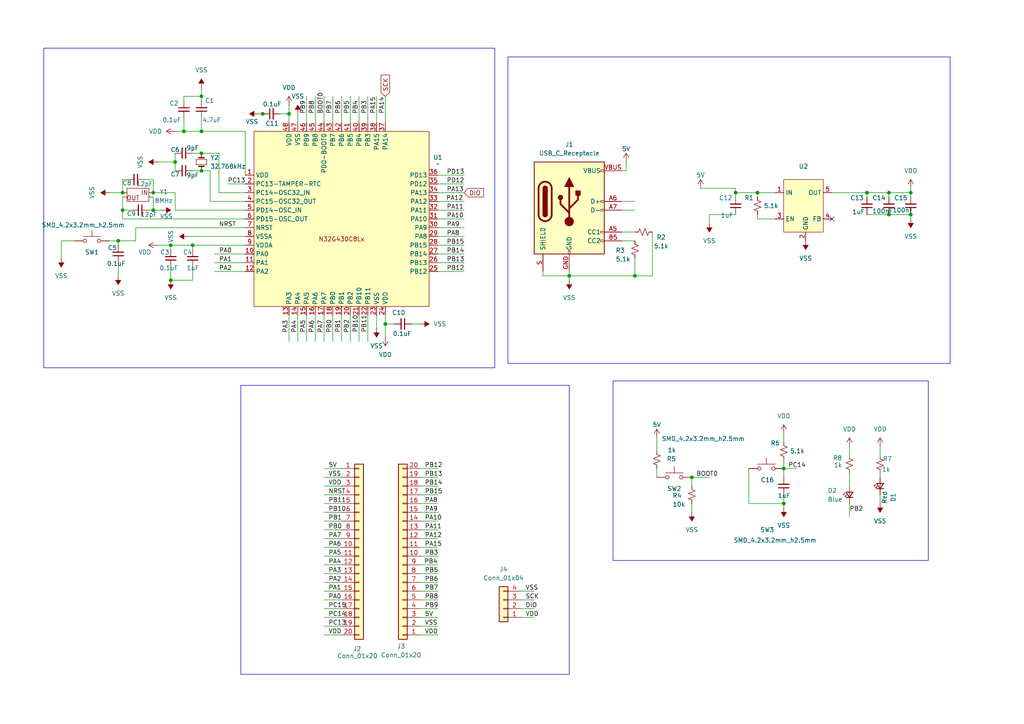
<source format=kicad_sch>
(kicad_sch (version 20250114) (generator "eeschema") (generator_version "9.0")
  (paper "A4")
  (title_block (title "N32G430C8Lx核心板"))
  (lib_symbols
    (symbol "N32G430CBT7:N32G430CBT7"
      (property "Reference" "U" (at 25.654 -25.4 0))
      (symbol "N32G430CBT7_1_1"
        (text "N32G430C8Lx" (at 25.4 -31.242 0) (effects (font (size 1.27 1.27))))
        (pin input line (at -2.54 -12.7 0) (length 2.54) (name "VDD") (number "1"))
        (pin input line (at -2.54 -15.24 0) (length 2.54) (name "PC13-TAMPER-RTC") (number "2"))
        (pin input line (at -2.54 -17.78 0) (length 2.54) (name "PC14-OSC32_IN") (number "3"))
        (pin input line (at -2.54 -20.32 0) (length 2.54) (name "PC15-OSC32_OUT") (number "4"))
        (pin input line (at -2.54 -22.86 0) (length 2.54) (name "PD14-OSC_IN") (number "5"))
        (pin input line (at -2.54 -25.4 0) (length 2.54) (name "PD15-OSC_OUT") (number "6"))
        (pin input line (at -2.54 -27.94 0) (length 2.54) (name "NRST") (number "7"))
        (pin input line (at -2.54 -30.48 0) (length 2.54) (name "VSSA") (number "8"))
        (pin input line (at -2.54 -33.02 0) (length 2.54) (name "VDDA") (number "9"))
        (pin input line (at -2.54 -35.56 0) (length 2.54) (name "PA0") (number "10"))
        (pin input line (at -2.54 -38.1 0) (length 2.54) (name "PA1") (number "11"))
        (pin input line (at -2.54 -40.64 0) (length 2.54) (name "PA2") (number "12"))
        (pin input line (at 10.16 2.54 270) (length 2.54) (name "VDD") (number "48"))
        (pin input line (at 10.16 -53.34 90) (length 2.54) (name "PA3") (number "13"))
        (pin input line (at 12.7 2.54 270) (length 2.54) (name "VSS") (number "47"))
        (pin input line (at 12.7 -53.34 90) (length 2.54) (name "PA4") (number "14"))
        (pin input line (at 15.24 2.54 270) (length 2.54) (name "PB9") (number "46"))
        (pin input line (at 15.24 -53.34 90) (length 2.54) (name "PA5") (number "15"))
        (pin input line (at 17.78 2.54 270) (length 2.54) (name "PB8") (number "45"))
        (pin input line (at 17.78 -53.34 90) (length 2.54) (name "PA6") (number "16"))
        (pin input line (at 20.32 2.54 270) (length 2.54) (name "PD0-BOOT0") (number "44"))
        (pin input line (at 20.32 -53.34 90) (length 2.54) (name "PA7") (number "17"))
        (pin input line (at 22.86 2.54 270) (length 2.54) (name "PB7") (number "43"))
        (pin input line (at 22.86 -53.34 90) (length 2.54) (name "PB0") (number "18"))
        (pin input line (at 25.4 2.54 270) (length 2.54) (name "PB6") (number "42"))
        (pin input line (at 25.4 -53.34 90) (length 2.54) (name "PB1") (number "19"))
        (pin input line (at 27.94 2.54 270) (length 2.54) (name "PB5") (number "41"))
        (pin input line (at 27.94 -53.34 90) (length 2.54) (name "PB2") (number "20"))
        (pin input line (at 30.48 2.54 270) (length 2.54) (name "PB4") (number "40"))
        (pin input line (at 30.48 -53.34 90) (length 2.54) (name "PB10") (number "21"))
        (pin input line (at 33.02 2.54 270) (length 2.54) (name "PB3") (number "39"))
        (pin input line (at 33.02 -53.34 90) (length 2.54) (name "PB11") (number "22"))
        (pin input line (at 35.56 2.54 270) (length 2.54) (name "PA15") (number "38"))
        (pin input line (at 35.56 -53.34 90) (length 2.54) (name "VSS") (number "23"))
        (pin input line (at 38.1 2.54 270) (length 2.54) (name "PA14") (number "37"))
        (pin input line (at 38.1 -53.34 90) (length 2.54) (name "VDD") (number "24"))
        (pin input line (at 53.34 -12.7 180) (length 2.54) (name "PD13") (number "36"))
        (pin input line (at 53.34 -15.24 180) (length 2.54) (name "PD12") (number "35"))
        (pin input line (at 53.34 -17.78 180) (length 2.54) (name "PA13") (number "34"))
        (pin input line (at 53.34 -20.32 180) (length 2.54) (name "PA12") (number "33"))
        (pin input line (at 53.34 -22.86 180) (length 2.54) (name "PA11") (number "32"))
        (pin input line (at 53.34 -25.4 180) (length 2.54) (name "PA10") (number "31"))
        (pin input line (at 53.34 -27.94 180) (length 2.54) (name "PA9") (number "30"))
        (pin input line (at 53.34 -30.48 180) (length 2.54) (name "PA8") (number "29"))
        (pin input line (at 53.34 -33.02 180) (length 2.54) (name "PB15") (number "28"))
        (pin input line (at 53.34 -35.56 180) (length 2.54) (name "PB14") (number "27"))
        (pin input line (at 53.34 -38.1 180) (length 2.54) (name "PB13") (number "26"))
        (pin input line (at 53.34 -40.64 180) (length 2.54) (name "PB12") (number "25"))
      )
    )
    (symbol "SparkFun-Capacitor:0.1uF_0603_25V_20%" (pin_numbers (hide yes)) (pin_names (offset 0.254))
      (property "Reference" "C" (at 0.635 2.54 0))
      (property "Value" "0.1uF" (at 0.635 -2.54 0))
      (property "Voltage" "25V" (at 0 -6.35 0))
      (property "Tolerance" "20%" (at 0 -8.89 0))
      (symbol "0.1uF_0603_25V_20%_1_1"
        (pin passive line (at 0 2.54 270) (length 2.032) (name "~") (number "1"))
        (pin passive line (at 0 -2.54 90) (length 2.032) (name "~") (number "2"))
      )
    )
    (symbol "SparkFun-Capacitor:1.0uF_0603_16V_10%" (pin_numbers (hide yes)) (pin_names (offset 0.254))
      (property "Reference" "C" (at 0.635 2.54 0))
      (property "Value" "1.0uF" (at 0.635 -2.54 0))
      (property "Voltage" "16V" (at 0 -6.35 0))
      (property "Tolerance" "10%" (at 0 -8.89 0))
      (symbol "1.0uF_0603_16V_10%_1_1"
        (pin passive line (at 0 2.54 270) (length 2.032) (name "~") (number "1"))
        (pin passive line (at 0 -2.54 90) (length 2.032) (name "~") (number "2"))
      )
    )
    (symbol "SparkFun-Capacitor:4.7uF_0603_35V_20%" (pin_numbers (hide yes)) (pin_names (offset 0.254))
      (property "Reference" "C" (at 0.635 2.54 0))
      (property "Value" "4.7uF" (at 0.635 -2.54 0))
      (property "Voltage" "35V" (at 0 -6.35 0))
      (property "Tolerance" "20%" (at 0 -8.89 0))
      (symbol "4.7uF_0603_35V_20%_1_1"
        (pin passive line (at 0 2.54 270) (length 2.032) (name "~") (number "1"))
        (pin passive line (at 0 -2.54 90) (length 2.032) (name "~") (number "2"))
      )
    )
    (symbol "SparkFun-Clock:Crystal_27.12MHz_3.2x2.5mm" (pin_numbers (hide yes)) (pin_names (offset 1.016) (hide yes))
      (property "Reference" "Y1" (at 7.366 2.286 0))
      (property "Value" "8MHz" (at 6.096 0.508 0))
      (symbol "Crystal_27.12MHz_3.2x2.5mm_1_1"
        (text "OUT\n" (at 6.858 4.826 0) (effects (font (size 1.27 1.27))))
        (text "IN" (at 10.16 6.35 0) (effects (font (size 1.27 1.27))))
        (pin passive line (at 3.81 6.35 0) (length 1.27) (name "") (number "4"))
        (pin passive line (at 3.81 5.08 0) (length 1.27) (name "OSC_OUT") (number "3"))
        (pin passive line (at 12.7 6.35 180) (length 1.27) (name "OSC_IN") (number "1"))
        (pin passive line (at 12.7 5.08 180) (length 1.27) (name "") (number "2"))
      )
    )
    (symbol "SparkFun-Clock:Crystal_32.768kHz_3.2x1.5mm" (pin_numbers (hide yes)) (pin_names (offset 1.016) (hide yes))
      (property "Reference" "Y" (at 0 2.54 0))
      (property "Value" "32.768kHz" (at 0 -2.54 0))
      (symbol "Crystal_32.768kHz_3.2x1.5mm_1_1"
        (pin passive line (at -2.54 0 0) (length 1.27) (name "1") (number "1"))
        (pin passive line (at 2.54 0 180) (length 1.27) (name "2") (number "2"))
      )
    )
    (symbol "SparkFun-Connector:Conn_01x04" (pin_names (offset 1.016) (hide yes))
      (property "Reference" "J" (at 0 5.08 0))
      (property "Value" "Conn_01x04" (at 0 -7.62 0))
      (symbol "Conn_01x04_1_1"
        (pin passive line (at -5.08 2.54 0) (length 3.81) (name "Pin_1") (number "1"))
        (pin passive line (at -5.08 0 0) (length 3.81) (name "Pin_2") (number "2"))
        (pin passive line (at -5.08 -2.54 0) (length 3.81) (name "Pin_3") (number "3"))
        (pin passive line (at -5.08 -5.08 0) (length 3.81) (name "Pin_4") (number "4"))
      )
    )
    (symbol "SparkFun-Connector:Conn_01x20" (pin_names (offset 1.016) (hide yes))
      (property "Reference" "J" (at 0 25.4 0))
      (property "Value" "Conn_01x20" (at 0 -27.94 0))
      (symbol "Conn_01x20_1_1"
        (pin passive line (at -5.08 22.86 0) (length 3.81) (name "Pin_1") (number "1"))
        (pin passive line (at -5.08 20.32 0) (length 3.81) (name "Pin_2") (number "2"))
        (pin passive line (at -5.08 17.78 0) (length 3.81) (name "Pin_3") (number "3"))
        (pin passive line (at -5.08 15.24 0) (length 3.81) (name "Pin_4") (number "4"))
        (pin passive line (at -5.08 12.7 0) (length 3.81) (name "Pin_5") (number "5"))
        (pin passive line (at -5.08 10.16 0) (length 3.81) (name "Pin_6") (number "6"))
        (pin passive line (at -5.08 7.62 0) (length 3.81) (name "Pin_7") (number "7"))
        (pin passive line (at -5.08 5.08 0) (length 3.81) (name "Pin_8") (number "8"))
        (pin passive line (at -5.08 2.54 0) (length 3.81) (name "Pin_9") (number "9"))
        (pin passive line (at -5.08 0 0) (length 3.81) (name "Pin_10") (number "10"))
        (pin passive line (at -5.08 -2.54 0) (length 3.81) (name "Pin_11") (number "11"))
        (pin passive line (at -5.08 -5.08 0) (length 3.81) (name "Pin_12") (number "12"))
        (pin passive line (at -5.08 -7.62 0) (length 3.81) (name "Pin_13") (number "13"))
        (pin passive line (at -5.08 -10.16 0) (length 3.81) (name "Pin_14") (number "14"))
        (pin passive line (at -5.08 -12.7 0) (length 3.81) (name "Pin_15") (number "15"))
        (pin passive line (at -5.08 -15.24 0) (length 3.81) (name "Pin_16") (number "16"))
        (pin passive line (at -5.08 -17.78 0) (length 3.81) (name "Pin_17") (number "17"))
        (pin passive line (at -5.08 -20.32 0) (length 3.81) (name "Pin_18") (number "18"))
        (pin passive line (at -5.08 -22.86 0) (length 3.81) (name "Pin_19") (number "19"))
        (pin passive line (at -5.08 -25.4 0) (length 3.81) (name "Pin_20") (number "20"))
      )
    )
    (symbol "SparkFun-Connector:USB_C_Receptacle" (pin_names (offset 1.016))
      (property "Reference" "J" (at -10.16 12.7 0))
      (property "Value" "USB_C_Receptacle" (at 19.05 12.7 0))
      (symbol "USB_C_Receptacle_1_1"
        (pin passive line (at -7.62 -20.32 90) (length 5.08) (name "SHIELD") (number "S"))
        (pin no_connect line (at -5.08 -15.24 90) (length 5.08) (hide yes) (name "NC") (number "NC1"))
        (pin no_connect line (at -3.81 -15.24 90) (length 5.08) (hide yes) (name "NC") (number "NC2"))
        (pin no_connect line (at -2.54 -15.24 90) (length 5.08) (hide yes) (name "NC") (number "NC3"))
        (pin passive line (at 0 -20.32 90) (length 5.08) (name "GND") (number "GND"))
        (pin no_connect line (at 2.54 -15.24 90) (length 5.08) (hide yes) (name "NC") (number "A8"))
        (pin no_connect line (at 3.81 -15.24 90) (length 5.08) (hide yes) (name "NC") (number "B8"))
        (pin power_out line (at 15.24 8.89 180) (length 5.08) (name "VBUS") (number "VBUS"))
        (pin bidirectional line (at 15.24 0 180) (length 5.08) (name "D+") (number "A6"))
        (pin bidirectional line (at 15.24 0 180) (length 5.08) (hide yes) (name "D+") (number "B6"))
        (pin bidirectional line (at 15.24 -2.54 180) (length 5.08) (name "D-") (number "A7"))
        (pin bidirectional line (at 15.24 -2.54 180) (length 5.08) (hide yes) (name "D-") (number "B7"))
        (pin bidirectional line (at 15.24 -8.89 180) (length 5.08) (name "CC1") (number "A5"))
        (pin bidirectional line (at 15.24 -11.43 180) (length 5.08) (name "CC2") (number "B5"))
      )
    )
    (symbol "SparkFun-LED:LED_Blue_0603" (pin_numbers (hide yes)) (pin_names (offset 1.016) (hide yes))
      (property "Reference" "D" (at 0 2.54 0))
      (property "Value" "Blue" (at 0 -2.54 0))
      (symbol "LED_Blue_0603_1_1"
        (pin passive line (at -2.54 0 0) (length 1.778) (name "K") (number "1"))
        (pin passive line (at 2.54 0 180) (length 1.778) (name "A") (number "2"))
      )
    )
    (symbol "SparkFun-LED:LED_Red_0603" (pin_numbers (hide yes)) (pin_names (offset 1.016) (hide yes))
      (property "Reference" "D" (at 0 2.54 0))
      (property "Value" "Red" (at 0 -2.54 0))
      (symbol "LED_Red_0603_1_1"
        (pin passive line (at -2.54 0 0) (length 1.778) (name "K") (number "1"))
        (pin passive line (at 2.54 0 180) (length 1.778) (name "A") (number "2"))
      )
    )
    (symbol "SparkFun-PowerSymbol:5V" (power) (pin_names (offset 0))
      (property "Value" "5V" (at 0 3.81 0))
      (symbol "5V_1_1"
        (pin power_in line (at 0 0 90) (length 0) (hide yes) (name "5V") (number "1"))
      )
    )
    (symbol "SparkFun-Resistor:5.1k_0603" (pin_numbers (hide yes)) (pin_names (offset 0))
      (property "Reference" "R" (at 0 -2.54 0))
      (property "Value" "5.1k" (at 0 2.54 0))
      (symbol "5.1k_0603_1_1"
        (pin passive line (at -2.54 0 0) (length 1.016) (name "~") (number "1"))
        (pin passive line (at 2.54 0 180) (length 1.016) (name "~") (number "2"))
      )
    )
    (symbol "SparkFun-Switch:SPST_Push_SMD_4.2x3.2mm_h2.5mm" (pin_numbers (hide yes)) (pin_names (offset 0) (hide yes))
      (property "Reference" "SW" (at 0 5.08 0))
      (property "Value" "SMD_4.2x3.2mm_h2.5mm" (at 0 -2.54 0))
      (symbol "SPST_Push_SMD_4.2x3.2mm_h2.5mm_0_1"
        (pin passive line (at -5.08 0 0) (length 2.54) (name "1") (number "1"))
        (pin passive line (at 5.08 0 180) (length 2.54) (name "2") (number "2"))
      )
    )
    (symbol "Transistor_BJT:SGM2019"
      (property "Reference" "U" (at 11.176 -18.034 0))
      (symbol "SGM2019_1_1"
        (pin input line (at -2.54 -3.81 0) (length 2.54) (name "IN") (number "1"))
        (pin input line (at -2.54 -11.43 0) (length 2.54) (name "EN") (number "3"))
        (pin input line (at 6.35 -17.78 90) (length 2.54) (name "GND") (number "2"))
        (pin input line (at 13.97 -3.81 180) (length 2.54) (name "OUT") (number "5"))
        (pin input line (at 13.97 -11.43 180) (length 2.54) (name "FB") (number "4"))
      )
    )
    (symbol "power:VDD" (power) (pin_numbers (hide yes)) (pin_names (offset 0) (hide yes))
      (property "Value" "VDD" (at 0 3.556 0))
      (symbol "VDD_1_1"
        (pin power_in line (at 0 0 90) (length 0) (name "~") (number "1"))
      )
    )
    (symbol "power:VSS" (power) (pin_numbers (hide yes)) (pin_names (offset 0) (hide yes))
      (property "Value" "VSS" (at 0 3.556 0))
      (symbol "VSS_1_1"
        (pin power_in line (at 0 0 90) (length 0) (name "~") (number "1"))
      )
    )
  )
  (rectangle (start 177.8 110.49) (end 269.24 162.56))
  (rectangle (start 12.7 13.97) (end 143.51 106.68))
  (rectangle (start 69.85 111.76) (end 165.1 195.58))
  (rectangle (start 147.32 16.51) (end 275.59 105.41))
  (junction (at 257.81 62.23))
  (junction (at 35.56 55.88))
  (junction (at 55.88 71.12))
  (junction (at 200.66 138.43))
  (junction (at 165.1 80.01))
  (junction (at 49.53 81.28))
  (junction (at 53.34 38.1))
  (junction (at 58.42 49.53))
  (junction (at 227.33 135.89))
  (junction (at 44.45 55.88))
  (junction (at 264.16 55.88))
  (junction (at 49.53 71.12))
  (junction (at 219.71 55.88))
  (junction (at 184.15 80.01))
  (junction (at 58.42 27.94))
  (junction (at 76.2 33.02))
  (junction (at 227.33 146.05))
  (junction (at 111.76 93.98))
  (junction (at 58.42 44.45))
  (junction (at 50.8 46.99))
  (junction (at 264.16 62.23))
  (junction (at 257.81 55.88))
  (junction (at 58.42 38.1))
  (junction (at 83.82 33.02))
  (junction (at 213.36 55.88))
  (junction (at 35.56 60.96))
  (junction (at 251.46 55.88))
  (junction (at 34.29 69.85))
  (junction (at 44.45 60.96))
  (no_connect (at 241.3 63.5))
  (wire (pts (xy 93.98 181.61) (xy 99.06 181.61)))
  (wire (pts (xy 127 71.12) (xy 134.62 71.12)))
  (wire (pts (xy 93.98 35.56) (xy 93.98 27.94)))
  (wire (pts (xy 34.29 69.85) (xy 34.29 71.12)))
  (wire (pts (xy 31.75 69.85) (xy 34.29 69.85)))
  (wire (pts (xy 55.88 49.53) (xy 58.42 49.53)))
  (wire (pts (xy 50.8 44.45) (xy 50.8 46.99)))
  (wire (pts (xy 53.34 38.1) (xy 58.42 38.1)))
  (wire (pts (xy 121.92 168.91) (xy 127 168.91)))
  (wire (pts (xy 180.34 69.85) (xy 184.15 69.85)))
  (wire (pts (xy 44.45 60.96) (xy 46.99 60.96)))
  (wire (pts (xy 93.98 166.37) (xy 99.06 166.37)))
  (wire (pts (xy 93.98 173.99) (xy 99.06 173.99)))
  (wire (pts (xy 121.92 163.83) (xy 127 163.83)))
  (wire (pts (xy 86.36 99.06) (xy 86.36 91.44)))
  (wire (pts (xy 83.82 33.02) (xy 83.82 35.56)))
  (wire (pts (xy 219.71 55.88) (xy 224.79 55.88)))
  (wire (pts (xy 50.8 46.99) (xy 50.8 49.53)))
  (wire (pts (xy 224.79 63.5) (xy 219.71 63.5)))
  (wire (pts (xy 151.13 171.45) (xy 154.94 171.45)))
  (wire (pts (xy 180.34 49.53) (xy 181.61 49.53)))
  (wire (pts (xy 121.92 140.97) (xy 127 140.97)))
  (wire (pts (xy 127 60.96) (xy 134.62 60.96)))
  (wire (pts (xy 127 58.42) (xy 134.62 58.42)))
  (wire (pts (xy 127 55.88) (xy 134.62 55.88)))
  (wire (pts (xy 121.92 148.59) (xy 127 148.59)))
  (wire (pts (xy 127 63.5) (xy 134.62 63.5)))
  (wire (pts (xy 49.53 72.39) (xy 49.53 71.12)))
  (wire (pts (xy 93.98 171.45) (xy 99.06 171.45)))
  (wire (pts (xy 227.33 143.51) (xy 227.33 146.05)))
  (wire (pts (xy 74.93 33.02) (xy 76.2 33.02)))
  (wire (pts (xy 213.36 62.23) (xy 205.74 62.23)))
  (wire (pts (xy 62.23 76.2) (xy 71.12 76.2)))
  (wire (pts (xy 203.2 54.61) (xy 213.36 54.61)))
  (wire (pts (xy 58.42 34.29) (xy 58.42 38.1)))
  (wire (pts (xy 127 50.8) (xy 134.62 50.8)))
  (wire (pts (xy 62.23 73.66) (xy 71.12 73.66)))
  (wire (pts (xy 96.52 35.56) (xy 96.52 27.94)))
  (wire (pts (xy 157.48 80.01) (xy 165.1 80.01)))
  (wire (pts (xy 227.33 135.89) (xy 231.14 135.89)))
  (wire (pts (xy 190.5 127) (xy 190.5 130.81)))
  (wire (pts (xy 227.33 133.35) (xy 227.33 135.89)))
  (wire (pts (xy 50.8 38.1) (xy 53.34 38.1)))
  (wire (pts (xy 91.44 35.56) (xy 91.44 27.94)))
  (wire (pts (xy 189.23 80.01) (xy 184.15 80.01)))
  (wire (pts (xy 58.42 25.4) (xy 58.42 27.94)))
  (wire (pts (xy 41.91 52.07) (xy 44.45 52.07)))
  (wire (pts (xy 246.38 129.54) (xy 246.38 132.08)))
  (wire (pts (xy 44.45 52.07) (xy 44.45 55.88)))
  (wire (pts (xy 127 76.2) (xy 134.62 76.2)))
  (wire (pts (xy 255.27 129.54) (xy 255.27 132.08)))
  (wire (pts (xy 121.92 135.89) (xy 127 135.89)))
  (wire (pts (xy 93.98 179.07) (xy 99.06 179.07)))
  (wire (pts (xy 227.33 135.89) (xy 227.33 138.43)))
  (wire (pts (xy 165.1 81.28) (xy 165.1 80.01)))
  (wire (pts (xy 257.81 62.23) (xy 264.16 62.23)))
  (wire (pts (xy 121.92 158.75) (xy 127 158.75)))
  (wire (pts (xy 255.27 143.51) (xy 255.27 146.05)))
  (wire (pts (xy 93.98 161.29) (xy 99.06 161.29)))
  (wire (pts (xy 93.98 135.89) (xy 99.06 135.89)))
  (wire (pts (xy 36.83 52.07) (xy 35.56 52.07)))
  (wire (pts (xy 39.37 66.04) (xy 39.37 69.85)))
  (wire (pts (xy 213.36 57.15) (xy 213.36 55.88)))
  (wire (pts (xy 93.98 143.51) (xy 99.06 143.51)))
  (wire (pts (xy 106.68 35.56) (xy 106.68 27.94)))
  (wire (pts (xy 63.5 55.88) (xy 63.5 44.45)))
  (wire (pts (xy 45.72 71.12) (xy 49.53 71.12)))
  (wire (pts (xy 246.38 146.05) (xy 246.38 149.86)))
  (wire (pts (xy 53.34 34.29) (xy 53.34 38.1)))
  (wire (pts (xy 165.1 80.01) (xy 165.1 78.74)))
  (wire (pts (xy 44.45 60.96) (xy 44.45 57.15)))
  (wire (pts (xy 257.81 57.15) (xy 257.81 55.88)))
  (wire (pts (xy 121.92 179.07) (xy 127 179.07)))
  (wire (pts (xy 91.44 99.06) (xy 91.44 91.44)))
  (wire (pts (xy 106.68 99.06) (xy 106.68 91.44)))
  (wire (pts (xy 71.12 38.1) (xy 71.12 50.8)))
  (wire (pts (xy 39.37 69.85) (xy 34.29 69.85)))
  (wire (pts (xy 121.92 156.21) (xy 127 156.21)))
  (wire (pts (xy 184.15 74.93) (xy 184.15 80.01)))
  (wire (pts (xy 93.98 176.53) (xy 99.06 176.53)))
  (wire (pts (xy 104.14 35.56) (xy 104.14 27.94)))
  (wire (pts (xy 121.92 171.45) (xy 127 171.45)))
  (wire (pts (xy 93.98 99.06) (xy 93.98 91.44)))
  (wire (pts (xy 93.98 168.91) (xy 99.06 168.91)))
  (wire (pts (xy 121.92 173.99) (xy 127 173.99)))
  (wire (pts (xy 55.88 44.45) (xy 58.42 44.45)))
  (wire (pts (xy 264.16 63.5) (xy 264.16 62.23)))
  (wire (pts (xy 93.98 148.59) (xy 99.06 148.59)))
  (wire (pts (xy 264.16 57.15) (xy 264.16 55.88)))
  (wire (pts (xy 49.53 77.47) (xy 49.53 81.28)))
  (wire (pts (xy 58.42 27.94) (xy 58.42 29.21)))
  (wire (pts (xy 55.88 71.12) (xy 71.12 71.12)))
  (wire (pts (xy 31.75 55.88) (xy 35.56 55.88)))
  (wire (pts (xy 255.27 137.16) (xy 255.27 138.43)))
  (wire (pts (xy 121.92 161.29) (xy 127 161.29)))
  (wire (pts (xy 43.18 60.96) (xy 44.45 60.96)))
  (wire (pts (xy 99.06 35.56) (xy 99.06 27.94)))
  (wire (pts (xy 200.66 146.05) (xy 200.66 148.59)))
  (wire (pts (xy 86.36 33.02) (xy 86.36 35.56)))
  (wire (pts (xy 121.92 166.37) (xy 127 166.37)))
  (wire (pts (xy 99.06 99.06) (xy 99.06 91.44)))
  (wire (pts (xy 35.56 63.5) (xy 71.12 63.5)))
  (wire (pts (xy 121.92 181.61) (xy 127 181.61)))
  (wire (pts (xy 213.36 54.61) (xy 213.36 55.88)))
  (wire (pts (xy 45.72 46.99) (xy 50.8 46.99)))
  (wire (pts (xy 93.98 163.83) (xy 99.06 163.83)))
  (wire (pts (xy 88.9 99.06) (xy 88.9 91.44)))
  (wire (pts (xy 127 73.66) (xy 134.62 73.66)))
  (wire (pts (xy 34.29 76.2) (xy 34.29 80.01)))
  (wire (pts (xy 127 68.58) (xy 134.62 68.58)))
  (wire (pts (xy 127 66.04) (xy 134.62 66.04)))
  (wire (pts (xy 83.82 99.06) (xy 83.82 91.44)))
  (wire (pts (xy 93.98 146.05) (xy 99.06 146.05)))
  (wire (pts (xy 151.13 176.53) (xy 154.94 176.53)))
  (wire (pts (xy 251.46 55.88) (xy 251.46 57.15)))
  (wire (pts (xy 181.61 49.53) (xy 181.61 46.99)))
  (wire (pts (xy 119.38 93.98) (xy 121.92 93.98)))
  (wire (pts (xy 111.76 93.98) (xy 114.3 93.98)))
  (wire (pts (xy 83.82 30.48) (xy 83.82 33.02)))
  (wire (pts (xy 49.53 71.12) (xy 55.88 71.12)))
  (wire (pts (xy 205.74 62.23) (xy 205.74 64.77)))
  (wire (pts (xy 111.76 91.44) (xy 111.76 93.98)))
  (wire (pts (xy 35.56 57.15) (xy 35.56 60.96)))
  (wire (pts (xy 227.33 125.73) (xy 227.33 128.27)))
  (wire (pts (xy 50.8 60.96) (xy 50.8 55.88)))
  (wire (pts (xy 55.88 81.28) (xy 49.53 81.28)))
  (wire (pts (xy 257.81 55.88) (xy 264.16 55.88)))
  (wire (pts (xy 257.81 55.88) (xy 251.46 55.88)))
  (wire (pts (xy 101.6 99.06) (xy 101.6 91.44)))
  (wire (pts (xy 151.13 179.07) (xy 154.94 179.07)))
  (wire (pts (xy 200.66 138.43) (xy 200.66 140.97)))
  (wire (pts (xy 121.92 146.05) (xy 127 146.05)))
  (wire (pts (xy 227.33 146.05) (xy 227.33 147.32)))
  (wire (pts (xy 53.34 27.94) (xy 58.42 27.94)))
  (wire (pts (xy 104.14 99.06) (xy 104.14 91.44)))
  (wire (pts (xy 127 53.34) (xy 134.62 53.34)))
  (wire (pts (xy 264.16 54.61) (xy 264.16 55.88)))
  (wire (pts (xy 93.98 156.21) (xy 99.06 156.21)))
  (wire (pts (xy 60.96 58.42) (xy 60.96 49.53)))
  (wire (pts (xy 184.15 80.01) (xy 165.1 80.01)))
  (wire (pts (xy 109.22 91.44) (xy 109.22 95.25)))
  (wire (pts (xy 101.6 35.56) (xy 101.6 27.94)))
  (wire (pts (xy 109.22 27.94) (xy 109.22 35.56)))
  (wire (pts (xy 35.56 52.07) (xy 35.56 55.88)))
  (wire (pts (xy 213.36 55.88) (xy 219.71 55.88)))
  (wire (pts (xy 35.56 60.96) (xy 38.1 60.96)))
  (wire (pts (xy 93.98 140.97) (xy 99.06 140.97)))
  (wire (pts (xy 62.23 78.74) (xy 71.12 78.74)))
  (wire (pts (xy 200.66 138.43) (xy 205.74 138.43)))
  (wire (pts (xy 157.48 78.74) (xy 157.48 80.01)))
  (wire (pts (xy 121.92 143.51) (xy 127 143.51)))
  (wire (pts (xy 180.34 67.31) (xy 184.15 67.31)))
  (wire (pts (xy 180.34 60.96) (xy 184.15 60.96)))
  (wire (pts (xy 93.98 184.15) (xy 99.06 184.15)))
  (wire (pts (xy 241.3 55.88) (xy 251.46 55.88)))
  (wire (pts (xy 63.5 44.45) (xy 58.42 44.45)))
  (wire (pts (xy 121.92 151.13) (xy 127 151.13)))
  (wire (pts (xy 217.17 146.05) (xy 227.33 146.05)))
  (wire (pts (xy 190.5 135.89) (xy 190.5 138.43)))
  (wire (pts (xy 127 78.74) (xy 134.62 78.74)))
  (wire (pts (xy 219.71 57.15) (xy 219.71 55.88)))
  (wire (pts (xy 60.96 49.53) (xy 58.42 49.53)))
  (wire (pts (xy 55.88 77.47) (xy 55.88 81.28)))
  (wire (pts (xy 217.17 135.89) (xy 217.17 146.05)))
  (wire (pts (xy 111.76 93.98) (xy 111.76 97.79)))
  (wire (pts (xy 93.98 158.75) (xy 99.06 158.75)))
  (wire (pts (xy 219.71 63.5) (xy 219.71 62.23)))
  (wire (pts (xy 17.78 69.85) (xy 17.78 74.93)))
  (wire (pts (xy 180.34 58.42) (xy 184.15 58.42)))
  (wire (pts (xy 151.13 173.99) (xy 154.94 173.99)))
  (wire (pts (xy 77.47 33.02) (xy 76.2 33.02)))
  (wire (pts (xy 93.98 153.67) (xy 99.06 153.67)))
  (wire (pts (xy 189.23 67.31) (xy 189.23 80.01)))
  (wire (pts (xy 55.88 71.12) (xy 55.88 72.39)))
  (wire (pts (xy 71.12 55.88) (xy 63.5 55.88)))
  (wire (pts (xy 54.61 68.58) (xy 71.12 68.58)))
  (wire (pts (xy 50.8 55.88) (xy 44.45 55.88)))
  (wire (pts (xy 121.92 184.15) (xy 127 184.15)))
  (wire (pts (xy 71.12 60.96) (xy 50.8 60.96)))
  (wire (pts (xy 66.04 53.34) (xy 71.12 53.34)))
  (wire (pts (xy 21.59 69.85) (xy 17.78 69.85)))
  (wire (pts (xy 121.92 153.67) (xy 127 153.67)))
  (wire (pts (xy 251.46 62.23) (xy 257.81 62.23)))
  (wire (pts (xy 53.34 29.21) (xy 53.34 27.94)))
  (wire (pts (xy 88.9 35.56) (xy 88.9 27.94)))
  (wire (pts (xy 81.28 33.02) (xy 83.82 33.02)))
  (wire (pts (xy 111.76 27.94) (xy 111.76 35.56)))
  (wire (pts (xy 71.12 66.04) (xy 39.37 66.04)))
  (wire (pts (xy 121.92 138.43) (xy 127 138.43)))
  (wire (pts (xy 93.98 151.13) (xy 99.06 151.13)))
  (wire (pts (xy 93.98 138.43) (xy 99.06 138.43)))
  (wire (pts (xy 246.38 137.16) (xy 246.38 140.97)))
  (wire (pts (xy 71.12 58.42) (xy 60.96 58.42)))
  (wire (pts (xy 58.42 38.1) (xy 71.12 38.1)))
  (wire (pts (xy 35.56 60.96) (xy 35.56 63.5)))
  (wire (pts (xy 121.92 176.53) (xy 127 176.53)))
  (wire (pts (xy 96.52 99.06) (xy 96.52 91.44)))
  (label "5V" (at 123.19 179.07 0))
  (label "PB3" (at 123.19 161.29 0))
  (label "BOOT0" (at 201.93 138.43 0))
  (label "PA7" (at 95.25 156.21 0))
  (label "PB8" (at 91.44 33.02 90))
  (label "PA2" (at 95.25 168.91 0))
  (label "PD13" (at 129.54 50.8 0))
  (label "PA5" (at 88.9 96.4517 90))
  (label "PA8" (at 129.54 68.58 0))
  (label "PA4" (at 95.25 163.83 0))
  (label "PA2" (at 63.5 78.74 0))
  (label "PA11" (at 129.54 60.96 0))
  (label "PB4" (at 104.14 33.02 90))
  (label "PC13" (at 95.25 181.61 0))
  (label "PB7" (at 96.52 33.02 90))
  (label "PA13" (at 129.54 55.88 0))
  (label "PC13" (at 66.04 53.34 0))
  (label "PB2" (at 101.6 96.5382 90))
  (label "PB11" (at 106.68 96.4085 90))
  (label "PA0" (at 95.25 173.99 0))
  (label "PB10" (at 95.25 148.59 0))
  (label "PB1" (at 99.06 96.495 90))
  (label "PA15" (at 109.22 32.9851 90))
  (label "PB2" (at 246.38 148.59 0))
  (label "PB0" (at 95.25 153.67 0))
  (label "PB9" (at 123.2143 176.53 0))
  (label "PD12" (at 129.54 53.34 0))
  (label "PB7" (at 123.19 171.45 0))
  (label "PA10" (at 129.54 63.5 0))
  (label "PB15" (at 129.54 71.12 0))
  (label "VDD" (at 95.25 140.97 0))
  (label "PA3" (at 95.25 166.37 0))
  (label "PB6" (at 99.06 33.02 90))
  (label "DIO" (at 152.4 176.53 0))
  (label "PB8" (at 123.1836 173.99 0))
  (label "VDD" (at 152.4 179.07 0))
  (label "PA12" (at 129.3624 58.42 0))
  (label "PB13" (at 123.19 138.43 0))
  (label "VSS" (at 152.4 171.45 0))
  (label "PC15" (at 95.25 176.53 0))
  (label "PC14" (at 228.6 135.89 0))
  (label "PA6" (at 91.44 96.52 90))
  (label "PB3" (at 106.68 33.0139 90))
  (label "PA0" (at 63.5 73.66 0))
  (label "SCK" (at 152.4 173.99 0))
  (label "PA6" (at 95.25 158.75 0))
  (label "PA5" (at 95.25 161.29 0))
  (label "PB13" (at 129.54 76.2 0))
  (label "NRST" (at 95.25 143.51 0))
  (label "VDD" (at 123.19 184.15 0))
  (label "VSS" (at 123.19 181.61 0))
  (label "5V" (at 95.25 135.89 0))
  (label "PA1" (at 95.25 171.45 0))
  (label "PA1" (at 63.5 76.2 0))
  (label "PB5" (at 101.6 33.0139 90))
  (label "VDD" (at 95.25 184.15 0))
  (label "PB0" (at 96.52 96.52 90))
  (label "PA14" (at 111.76 32.9851 90))
  (label "PB14" (at 129.54 73.66 0))
  (label "PB4" (at 123.0053 163.83 0))
  (label "BOOT0" (at 93.98 33.02 90))
  (label "VSS" (at 95.25 138.43 0))
  (label "PA15" (at 123.19 158.75 0))
  (label "NRST" (at 63.5 66.04 0))
  (label "PB15" (at 123.19 143.51 0))
  (label "PC14" (at 95.25 179.07 0))
  (label "PB12" (at 123.19 135.89 0))
  (label "PB12" (at 129.54 78.74 0))
  (label "PA3" (at 83.82 96.52 90))
  (label "PB11" (at 95.25 146.05 0))
  (label "PA9" (at 123.2361 148.59 0))
  (label "PA10" (at 123.19 151.13 0))
  (label "PB9" (at 88.9 33.02 90))
  (label "PA12" (at 123.19 156.21 0))
  (label "PB5" (at 123.19 166.37 0))
  (label "PA11" (at 123.19 153.67 0))
  (label "PA4" (at 86.36 96.52 90))
  (label "PB1" (at 95.25 151.13 0))
  (label "PB10" (at 104.14 96.4085 90))
  (label "PB14" (at 123.19 140.97 0))
  (label "PA8" (at 123.19 146.05 0))
  (label "PA9" (at 129.54 66.04 0))
  (label "PA7" (at 93.98 96.52 90))
  (label "PB6" (at 123.19 168.91 0))
  (global_label "DIO" (shape input) (at 134.62 55.88 0) (property "Intersheetrefs" "${INTERSHEET_REFS}" (effects (hide yes))))
  (global_label "SCK" (shape input) (at 111.76 27.94 90) (property "Intersheetrefs" "${INTERSHEET_REFS}" (effects (hide yes))))
  (symbol (lib_id "SparkFun-Capacitor:0.1uF_0603_25V_20%") (at 116.84 93.98 270) (unit 1)
    (property "Reference" "C10" (at 117.602 90.678 90) (effects (justify right)))
    (property "Value" "0.1uF" (at 119.38 96.774 90) (effects (justify right)))
    (property "Footprint" "SparkFun-Capacitor:C_0603_1608Metric" (effects (hide yes)))
    (property "Datasheet" "https://cdn.sparkfun.com/assets/8/a/4/a/5/Kemet_Capacitor_Datasheet.pdf" (effects (hide yes)))
    (property "Description" "Unpolarized capacitor" (effects (hide yes)))
    (property "PROD_ID" "CAP-00810" (effects (hide yes)))
    (property "Voltage" "25V" (effects (hide yes)))
    (property "Tolerance" "20%" (effects (hide yes)))
  )
  (symbol (lib_id "power:VSS") (at 121.92 93.98 270) (unit 1)
    (property "Reference" "#PWR05" (effects (hide yes)))
    (property "Value" "VSS" (at 125.73 93.9799 90) (effects (justify left)))
    (property "Description" "Power symbol creates a global label with name \"VSS\"" (effects (hide yes)))
  )
  (symbol (lib_id "SparkFun-Clock:Crystal_27.12MHz_3.2x2.5mm") (at 31.75 62.23 0) (unit 1)
    (property "Reference" "Y1" (at 47.498 55.626 0))
    (property "Value" "8MHz" (at 47.498 58.166 0))
    (property "Footprint" "SparkFun-Clock:Crystal_SMD_3.2x2.5mm" (effects (hide yes)))
    (property "Datasheet" "https://www.raltron.com/webproducts/specs/CRYSTAL/RH100-27.120-18-F-3030-EXT-TR.pdf" (effects (hide yes)))
    (property "Description" "Crystal" (effects (hide yes)))
    (property "PROD_ID" "XTAL-" (effects (hide yes)))
  )
  (symbol (lib_id "power:VSS") (at 86.36 33.02 0) (unit 1)
    (property "Reference" "#PWR01" (effects (hide yes)))
    (property "Value" "VSS" (at 86.36 27.94 0))
    (property "Description" "Power symbol creates a global label with name \"VSS\"" (effects (hide yes)))
  )
  (symbol (lib_id "SparkFun-Connector:USB_C_Receptacle") (at 165.1 58.42 0) (unit 1)
    (property "Reference" "J1" (at 165.1 41.91 0))
    (property "Value" "USB_C_Receptacle" (at 165.1 44.45 0))
    (property "Footprint" "SparkFun-Connector:USB-C_16" (effects (hide yes)))
    (property "Datasheet" "https://www.usb.org/sites/default/files/documents/usb_type-c.zip" (effects (hide yes)))
    (property "Description" "USB 2.0-only Type-C Receptacle connector" (effects (hide yes)))
    (property "PROD_ID" "CONN-14122" (effects (hide yes)))
  )
  (symbol (lib_id "N32G430CBT7:N32G430CBT7") (at 73.66 38.1 0) (unit 1)
    (property "Reference" "U1" (at 127 45.6498 0))
    (property "Value" "~" (at 127 47.5549 0))
    (property "Footprint" "N32:QFP-48_8.35x8.35_Pitch0.5mm" (effects (hide yes)))
  )
  (symbol (lib_id "power:VSS") (at 46.99 60.96 270) (mirror x) (unit 1)
    (property "Reference" "#PWR015" (effects (hide yes)))
    (property "Value" "VSS" (at 48.26 62.738 90))
    (property "Description" "Power symbol creates a global label with name \"VSS\"" (effects (hide yes)))
  )
  (symbol (lib_id "Transistor_BJT:SGM2019") (at 227.33 52.07 0) (unit 1)
    (property "Reference" "U2" (at 233.045 48.26 0))
    (property "Footprint" "Power_BrookDawn:SGM2019" (effects (hide yes)))
  )
  (symbol (lib_id "SparkFun-PowerSymbol:5V") (at 181.61 46.99 0) (mirror y) (unit 1)
    (property "Reference" "#PWR031" (effects (hide yes)))
    (property "Value" "5V" (at 181.61 43.18 0))
    (property "Description" "Power symbol creates a global label with name \"5V\"" (effects (hide yes)))
  )
  (symbol (lib_id "power:VSS") (at 45.72 46.99 90) (mirror x) (unit 1)
    (property "Reference" "#PWR013" (effects (hide yes)))
    (property "Value" "VSS" (at 40.64 46.99 0))
    (property "Description" "Power symbol creates a global label with name \"VSS\"" (effects (hide yes)))
  )
  (symbol (lib_id "power:VDD") (at 246.38 129.54 0) (mirror y) (unit 1)
    (property "Reference" "#PWR029" (effects (hide yes)))
    (property "Value" "VDD" (at 246.38 124.46 0))
    (property "Description" "Power symbol creates a global label with name \"VDD\"" (effects (hide yes)))
  )
  (symbol (lib_id "power:VDD") (at 83.82 30.48 0) (unit 1)
    (property "Reference" "#PWR02" (effects (hide yes)))
    (property "Value" "VDD" (at 83.82 25.4 0))
    (property "Description" "Power symbol creates a global label with name \"VDD\"" (effects (hide yes)))
  )
  (symbol (lib_id "power:VSS") (at 200.66 148.59 180) (unit 1)
    (property "Reference" "#PWR024" (effects (hide yes)))
    (property "Value" "VSS" (at 200.66 153.67 0))
    (property "Description" "Power symbol creates a global label with name \"VSS\"" (effects (hide yes)))
  )
  (symbol (lib_id "SparkFun-Resistor:5.1k_0603") (at 186.69 67.31 0) (unit 1)
    (property "Reference" "R2" (at 191.77 68.834 0))
    (property "Value" "5.1k" (at 191.77 71.374 0))
    (property "Footprint" "SparkFun-Resistor:R_0603_1608Metric" (effects (hide yes)))
    (property "Datasheet" "https://www.vishay.com/docs/20035/dcrcwe3.pdf" (effects (hide yes)))
    (property "Description" "Resistor" (effects (hide yes)))
    (property "PROD_ID" "RES-12083" (effects (hide yes)))
  )
  (symbol (lib_id "SparkFun-Switch:SPST_Push_SMD_4.2x3.2mm_h2.5mm") (at 222.25 135.89 0) (unit 1)
    (property "Reference" "SW3" (at 222.504 153.67 0))
    (property "Value" "SMD_4.2x3.2mm_h2.5mm" (at 224.79 156.718 0))
    (property "Footprint" "SparkFun-Switch:Push_SMD_4.2x3.2mm" (effects (hide yes)))
    (property "Datasheet" "https://www.ckswitches.com/media/3130/ck_rk_datasheet.pdf" (effects (hide yes)))
    (property "Description" "Single Pole Single Throw (SPST) switch" (effects (hide yes)))
    (property "PROD_ID" "SWCH-21771" (effects (hide yes)))
  )
  (symbol (lib_id "SparkFun-Switch:SPST_Push_SMD_4.2x3.2mm_h2.5mm") (at 26.67 69.85 0) (unit 1)
    (property "Reference" "SW1" (at 26.67 73.152 0))
    (property "Value" "SMD_4.2x3.2mm_h2.5mm" (at 24.13 65.278 0))
    (property "Footprint" "SparkFun-Switch:Push_SMD_4.2x3.2mm" (effects (hide yes)))
    (property "Datasheet" "https://www.ckswitches.com/media/3130/ck_rk_datasheet.pdf" (effects (hide yes)))
    (property "Description" "Single Pole Single Throw (SPST) switch" (effects (hide yes)))
    (property "PROD_ID" "SWCH-21771" (effects (hide yes)))
  )
  (symbol (lib_id "SparkFun-Capacitor:0.1uF_0603_25V_20%") (at 264.16 59.69 180) (unit 1)
    (property "Reference" "C15" (at 259.334 57.404 0) (effects (justify right)))
    (property "Value" "100nF" (at 258.826 60.96 0) (effects (justify right)))
    (property "Footprint" "SparkFun-Capacitor:C_0603_1608Metric" (effects (hide yes)))
    (property "Datasheet" "https://cdn.sparkfun.com/assets/8/a/4/a/5/Kemet_Capacitor_Datasheet.pdf" (effects (hide yes)))
    (property "Description" "Unpolarized capacitor" (effects (hide yes)))
    (property "PROD_ID" "CAP-00810" (effects (hide yes)))
    (property "Voltage" "25V" (effects (hide yes)))
    (property "Tolerance" "20%" (effects (hide yes)))
  )
  (symbol (lib_id "power:VSS") (at 109.22 95.25 180) (unit 1)
    (property "Reference" "#PWR04" (effects (hide yes)))
    (property "Value" "VSS" (at 109.22 100.33 0))
    (property "Description" "Power symbol creates a global label with name \"VSS\"" (effects (hide yes)))
  )
  (symbol (lib_id "SparkFun-Connector:Conn_01x20") (at 104.14 158.75 0) (unit 1)
    (property "Reference" "J2" (at 102.362 188.214 0) (effects (justify left)))
    (property "Value" "Conn_01x20" (at 97.79 190.246 0) (effects (justify left)))
    (property "Footprint" "SparkFun-Connector:1x20" (effects (hide yes)))
    (property "Description" "Basic 0.1\" PTH" (effects (hide yes)))
  )
  (symbol (lib_id "SparkFun-Connector:Conn_01x20") (at 116.84 161.29 180) (unit 1)
    (property "Reference" "J3" (at 116.332 187.452 0))
    (property "Value" "Conn_01x20" (at 116.332 189.992 0))
    (property "Footprint" "SparkFun-Connector:1x20" (effects (hide yes)))
    (property "Description" "Basic 0.1\" PTH" (effects (hide yes)))
  )
  (symbol (lib_id "power:VSS") (at 264.16 63.5 0) (mirror x) (unit 1)
    (property "Reference" "#PWR022" (effects (hide yes)))
    (property "Value" "VSS" (at 264.16 68.58 0))
    (property "Description" "Power symbol creates a global label with name \"VSS\"" (effects (hide yes)))
  )
  (symbol (lib_id "SparkFun-Capacitor:0.1uF_0603_25V_20%") (at 55.88 74.93 180) (unit 1)
    (property "Reference" "C4" (at 53.086 73.152 0) (effects (justify right)))
    (property "Value" "1uF" (at 54.102 77.724 0) (effects (justify right)))
    (property "Footprint" "SparkFun-Capacitor:C_0603_1608Metric" (effects (hide yes)))
    (property "Datasheet" "https://cdn.sparkfun.com/assets/8/a/4/a/5/Kemet_Capacitor_Datasheet.pdf" (effects (hide yes)))
    (property "Description" "Unpolarized capacitor" (effects (hide yes)))
    (property "PROD_ID" "CAP-00810" (effects (hide yes)))
    (property "Voltage" "25V" (effects (hide yes)))
    (property "Tolerance" "20%" (effects (hide yes)))
  )
  (symbol (lib_id "SparkFun-PowerSymbol:5V") (at 203.2 54.61 0) (unit 1)
    (property "Reference" "#PWR020" (effects (hide yes)))
    (property "Value" "5V" (at 203.2 50.8 0))
    (property "Description" "Power symbol creates a global label with name \"5V\"" (effects (hide yes)))
  )
  (symbol (lib_id "SparkFun-Capacitor:0.1uF_0603_25V_20%") (at 34.29 73.66 180) (unit 1)
    (property "Reference" "C5" (at 31.242 71.882 0) (effects (justify right)))
    (property "Value" "0.1uF" (at 30.988 76.454 0) (effects (justify right)))
    (property "Footprint" "SparkFun-Capacitor:C_0603_1608Metric" (effects (hide yes)))
    (property "Datasheet" "https://cdn.sparkfun.com/assets/8/a/4/a/5/Kemet_Capacitor_Datasheet.pdf" (effects (hide yes)))
    (property "Description" "Unpolarized capacitor" (effects (hide yes)))
    (property "PROD_ID" "CAP-00810" (effects (hide yes)))
    (property "Voltage" "25V" (effects (hide yes)))
    (property "Tolerance" "20%" (effects (hide yes)))
  )
  (symbol (lib_id "SparkFun-Clock:Crystal_32.768kHz_3.2x1.5mm") (at 58.42 46.99 90) (unit 1)
    (property "Reference" "Y2" (at 60.96 45.7199 90) (effects (justify right)))
    (property "Value" "32.768kHz" (at 60.96 48.2599 90) (effects (justify right)))
    (property "Footprint" "SparkFun-Clock:Crystal_SMD_3.2x1.5mm" (effects (hide yes)))
    (property "Datasheet" "https://abracon.com/Resonators/ABS07.pdf" (effects (hide yes)))
    (property "Description" "Crystal" (effects (hide yes)))
    (property "PROD_ID" "XTAL-13062" (effects (hide yes)))
  )
  (symbol (lib_id "SparkFun-Capacitor:0.1uF_0603_25V_20%") (at 49.53 74.93 180) (unit 1)
    (property "Reference" "C3" (at 46.482 73.152 0) (effects (justify right)))
    (property "Value" "0.1uF" (at 46.228 77.724 0) (effects (justify right)))
    (property "Footprint" "SparkFun-Capacitor:C_0603_1608Metric" (effects (hide yes)))
    (property "Datasheet" "https://cdn.sparkfun.com/assets/8/a/4/a/5/Kemet_Capacitor_Datasheet.pdf" (effects (hide yes)))
    (property "Description" "Unpolarized capacitor" (effects (hide yes)))
    (property "PROD_ID" "CAP-00810" (effects (hide yes)))
    (property "Voltage" "25V" (effects (hide yes)))
    (property "Tolerance" "20%" (effects (hide yes)))
  )
  (symbol (lib_id "power:VDD") (at 227.33 125.73 0) (mirror y) (unit 1)
    (property "Reference" "#PWR026" (effects (hide yes)))
    (property "Value" "VDD" (at 227.33 120.65 0))
    (property "Description" "Power symbol creates a global label with name \"VDD\"" (effects (hide yes)))
  )
  (symbol (lib_id "SparkFun-PowerSymbol:5V") (at 190.5 127 0) (unit 1)
    (property "Reference" "#PWR025" (effects (hide yes)))
    (property "Value" "5V" (at 190.5 123.19 0))
    (property "Description" "Power symbol creates a global label with name \"5V\"" (effects (hide yes)))
  )
  (symbol (lib_id "power:VSS") (at 34.29 80.01 0) (mirror x) (unit 1)
    (property "Reference" "#PWR011" (effects (hide yes)))
    (property "Value" "VSS" (at 34.29 85.09 0))
    (property "Description" "Power symbol creates a global label with name \"VSS\"" (effects (hide yes)))
  )
  (symbol (lib_id "SparkFun-Resistor:5.1k_0603") (at 190.5 133.35 90) (unit 1)
    (property "Reference" "R5" (at 196.088 133.096 90) (effects (justify left)))
    (property "Value" "1k" (at 196.088 130.556 90) (effects (justify left)))
    (property "Footprint" "SparkFun-Resistor:R_0603_1608Metric" (effects (hide yes)))
    (property "Datasheet" "https://www.vishay.com/docs/20035/dcrcwe3.pdf" (effects (hide yes)))
    (property "Description" "Resistor" (effects (hide yes)))
    (property "PROD_ID" "RES-12083" (effects (hide yes)))
  )
  (symbol (lib_id "SparkFun-Capacitor:0.1uF_0603_25V_20%") (at 257.81 59.69 180) (unit 1)
    (property "Reference" "C14" (at 252.984 57.404 0) (effects (justify right)))
    (property "Value" "100nF" (at 252.984 61.214 0) (effects (justify right)))
    (property "Footprint" "SparkFun-Capacitor:C_0603_1608Metric" (effects (hide yes)))
    (property "Datasheet" "https://cdn.sparkfun.com/assets/8/a/4/a/5/Kemet_Capacitor_Datasheet.pdf" (effects (hide yes)))
    (property "Description" "Unpolarized capacitor" (effects (hide yes)))
    (property "PROD_ID" "CAP-00810" (effects (hide yes)))
    (property "Voltage" "25V" (effects (hide yes)))
    (property "Tolerance" "20%" (effects (hide yes)))
  )
  (symbol (lib_id "SparkFun-Capacitor:1.0uF_0603_16V_10%") (at 53.34 49.53 270) (unit 1)
    (property "Reference" "C7" (at 50.8 50.546 90))
    (property "Value" "9pF" (at 55.88 50.8 90))
    (property "Footprint" "SparkFun-Capacitor:C_0603_1608Metric" (effects (hide yes)))
    (property "Datasheet" "https://cdn.sparkfun.com/assets/8/a/4/a/5/Kemet_Capacitor_Datasheet.pdf" (effects (hide yes)))
    (property "Description" "Unpolarized capacitor" (effects (hide yes)))
    (property "PROD_ID" "CAP-13930" (effects (hide yes)))
    (property "Voltage" "16V" (effects (hide yes)))
    (property "Tolerance" "10%" (effects (hide yes)))
  )
  (symbol (lib_id "SparkFun-Resistor:5.1k_0603") (at 246.38 134.62 270) (unit 1)
    (property "Reference" "R8" (at 241.554 132.842 90) (effects (justify left)))
    (property "Value" "1k" (at 241.808 134.874 90) (effects (justify left)))
    (property "Footprint" "SparkFun-Resistor:R_0603_1608Metric" (effects (hide yes)))
    (property "Datasheet" "https://www.vishay.com/docs/20035/dcrcwe3.pdf" (effects (hide yes)))
    (property "Description" "Resistor" (effects (hide yes)))
    (property "PROD_ID" "RES-12083" (effects (hide yes)))
  )
  (symbol (lib_id "SparkFun-Resistor:5.1k_0603") (at 200.66 143.51 270) (unit 1)
    (property "Reference" "R4" (at 195.072 143.764 90) (effects (justify left)))
    (property "Value" "10k" (at 195.072 146.304 90) (effects (justify left)))
    (property "Footprint" "SparkFun-Resistor:R_0603_1608Metric" (effects (hide yes)))
    (property "Datasheet" "https://www.vishay.com/docs/20035/dcrcwe3.pdf" (effects (hide yes)))
    (property "Description" "Resistor" (effects (hide yes)))
    (property "PROD_ID" "RES-12083" (effects (hide yes)))
  )
  (symbol (lib_id "SparkFun-Resistor:5.1k_0603") (at 184.15 72.39 270) (unit 1)
    (property "Reference" "R3" (at 178.562 72.644 90) (effects (justify left)))
    (property "Value" "5.1k" (at 178.562 75.184 90) (effects (justify left)))
    (property "Footprint" "SparkFun-Resistor:R_0603_1608Metric" (effects (hide yes)))
    (property "Datasheet" "https://www.vishay.com/docs/20035/dcrcwe3.pdf" (effects (hide yes)))
    (property "Description" "Resistor" (effects (hide yes)))
    (property "PROD_ID" "RES-12083" (effects (hide yes)))
  )
  (symbol (lib_id "SparkFun-Capacitor:0.1uF_0603_25V_20%") (at 227.33 140.97 180) (unit 1)
    (property "Reference" "C16" (at 224.536 139.192 0) (effects (justify left)))
    (property "Value" "1uF" (at 225.552 143.764 0) (effects (justify right)))
    (property "Footprint" "SparkFun-Capacitor:C_0603_1608Metric" (effects (hide yes)))
    (property "Datasheet" "https://cdn.sparkfun.com/assets/8/a/4/a/5/Kemet_Capacitor_Datasheet.pdf" (effects (hide yes)))
    (property "Description" "Unpolarized capacitor" (effects (hide yes)))
    (property "PROD_ID" "CAP-00810" (effects (hide yes)))
    (property "Voltage" "25V" (effects (hide yes)))
    (property "Tolerance" "20%" (effects (hide yes)))
  )
  (symbol (lib_id "power:VSS") (at 17.78 74.93 180) (unit 1)
    (property "Reference" "#PWR012" (effects (hide yes)))
    (property "Value" "VSS" (at 17.78 80.01 0))
    (property "Description" "Power symbol creates a global label with name \"VSS\"" (effects (hide yes)))
  )
  (symbol (lib_id "power:VSS") (at 205.74 64.77 0) (mirror x) (unit 1)
    (property "Reference" "#PWR021" (effects (hide yes)))
    (property "Value" "VSS" (at 205.74 69.85 0))
    (property "Description" "Power symbol creates a global label with name \"VSS\"" (effects (hide yes)))
  )
  (symbol (lib_id "power:VSS") (at 233.68 69.85 0) (mirror x) (unit 1)
    (property "Reference" "#PWR019" (effects (hide yes)))
    (property "Value" "VSS" (at 233.68 74.93 0))
    (property "Description" "Power symbol creates a global label with name \"VSS\"" (effects (hide yes)))
  )
  (symbol (lib_id "SparkFun-Capacitor:1.0uF_0603_16V_10%") (at 40.64 60.96 270) (unit 1)
    (property "Reference" "C9" (at 38.1 61.976 90))
    (property "Value" "12pF" (at 43.18 62.23 90))
    (property "Footprint" "SparkFun-Capacitor:C_0603_1608Metric" (effects (hide yes)))
    (property "Datasheet" "https://cdn.sparkfun.com/assets/8/a/4/a/5/Kemet_Capacitor_Datasheet.pdf" (effects (hide yes)))
    (property "Description" "Unpolarized capacitor" (effects (hide yes)))
    (property "PROD_ID" "CAP-13930" (effects (hide yes)))
    (property "Voltage" "16V" (effects (hide yes)))
    (property "Tolerance" "10%" (effects (hide yes)))
  )
  (symbol (lib_id "power:VDD") (at 264.16 54.61 0) (unit 1)
    (property "Reference" "#PWR023" (effects (hide yes)))
    (property "Value" "VDD" (at 264.16 49.53 0))
    (property "Description" "Power symbol creates a global label with name \"VDD\"" (effects (hide yes)))
  )
  (symbol (lib_id "power:VSS") (at 227.33 147.32 0) (mirror x) (unit 1)
    (property "Reference" "#PWR027" (effects (hide yes)))
    (property "Value" "VSS" (at 227.33 152.4 0))
    (property "Description" "Power symbol creates a global label with name \"VSS\"" (effects (hide yes)))
  )
  (symbol (lib_id "power:VDD") (at 45.72 71.12 90) (unit 1)
    (property "Reference" "#PWR010" (effects (hide yes)))
    (property "Value" "VDD" (at 43.942 73.152 90) (effects (justify left)))
    (property "Description" "Power symbol creates a global label with name \"VDD\"" (effects (hide yes)))
  )
  (symbol (lib_id "power:VSS") (at 165.1 81.28 0) (mirror x) (unit 1)
    (property "Reference" "#PWR016" (effects (hide yes)))
    (property "Value" "VSS" (at 165.1 86.36 0))
    (property "Description" "Power symbol creates a global label with name \"VSS\"" (effects (hide yes)))
  )
  (symbol (lib_id "SparkFun-Connector:Conn_01x04") (at 146.05 176.53 180) (unit 1)
    (property "Reference" "J4" (at 146.05 165.1 0))
    (property "Value" "Conn_01x04" (at 146.05 167.64 0))
    (property "Footprint" "SparkFun-Connector:1x04" (effects (hide yes)))
    (property "Description" "Basic 0.1\" PTH" (effects (hide yes)))
  )
  (symbol (lib_id "power:VSS") (at 255.27 146.05 0) (mirror x) (unit 1)
    (property "Reference" "#PWR028" (effects (hide yes)))
    (property "Value" "VSS" (at 255.27 151.13 0))
    (property "Description" "Power symbol creates a global label with name \"VSS\"" (effects (hide yes)))
  )
  (symbol (lib_id "SparkFun-Capacitor:0.1uF_0603_25V_20%") (at 251.46 59.69 180) (unit 1)
    (property "Reference" "C13" (at 246.634 57.404 0) (effects (justify right)))
    (property "Value" "1uF" (at 247.142 61.468 0) (effects (justify right)))
    (property "Footprint" "SparkFun-Capacitor:C_0603_1608Metric" (effects (hide yes)))
    (property "Datasheet" "https://cdn.sparkfun.com/assets/8/a/4/a/5/Kemet_Capacitor_Datasheet.pdf" (effects (hide yes)))
    (property "Description" "Unpolarized capacitor" (effects (hide yes)))
    (property "PROD_ID" "CAP-00810" (effects (hide yes)))
    (property "Voltage" "25V" (effects (hide yes)))
    (property "Tolerance" "20%" (effects (hide yes)))
  )
  (symbol (lib_id "SparkFun-Capacitor:0.1uF_0603_25V_20%") (at 53.34 31.75 0) (unit 1)
    (property "Reference" "C2" (at 51.816 29.972 0) (effects (justify right)))
    (property "Value" "0.1uF" (at 52.578 34.798 0) (effects (justify right)))
    (property "Footprint" "SparkFun-Capacitor:C_0603_1608Metric" (effects (hide yes)))
    (property "Datasheet" "https://cdn.sparkfun.com/assets/8/a/4/a/5/Kemet_Capacitor_Datasheet.pdf" (effects (hide yes)))
    (property "Description" "Unpolarized capacitor" (effects (hide yes)))
    (property "PROD_ID" "CAP-00810" (effects (hide yes)))
    (property "Voltage" "25V" (effects (hide yes)))
    (property "Tolerance" "20%" (effects (hide yes)))
  )
  (symbol (lib_id "SparkFun-Resistor:5.1k_0603") (at 255.27 134.62 270) (unit 1)
    (property "Reference" "R7" (at 256.032 133.096 90) (effects (justify left)))
    (property "Value" "1k" (at 255.778 136.144 90) (effects (justify left)))
    (property "Footprint" "SparkFun-Resistor:R_0603_1608Metric" (effects (hide yes)))
    (property "Datasheet" "https://www.vishay.com/docs/20035/dcrcwe3.pdf" (effects (hide yes)))
    (property "Description" "Resistor" (effects (hide yes)))
    (property "PROD_ID" "RES-12083" (effects (hide yes)))
  )
  (symbol (lib_id "power:VDD") (at 50.8 38.1 90) (unit 1)
    (property "Reference" "#PWR06" (effects (hide yes)))
    (property "Value" "VDD" (at 46.99 38.0999 90) (effects (justify left)))
    (property "Description" "Power symbol creates a global label with name \"VDD\"" (effects (hide yes)))
  )
  (symbol (lib_id "SparkFun-Capacitor:1.0uF_0603_16V_10%") (at 39.37 52.07 270) (unit 1)
    (property "Reference" "C8" (at 36.83 53.086 90))
    (property "Value" "12pF" (at 41.91 53.34 90))
    (property "Footprint" "SparkFun-Capacitor:C_0603_1608Metric" (effects (hide yes)))
    (property "Datasheet" "https://cdn.sparkfun.com/assets/8/a/4/a/5/Kemet_Capacitor_Datasheet.pdf" (effects (hide yes)))
    (property "Description" "Unpolarized capacitor" (effects (hide yes)))
    (property "PROD_ID" "CAP-13930" (effects (hide yes)))
    (property "Voltage" "16V" (effects (hide yes)))
    (property "Tolerance" "10%" (effects (hide yes)))
  )
  (symbol (lib_id "power:VDD") (at 111.76 97.79 180) (unit 1)
    (property "Reference" "#PWR03" (effects (hide yes)))
    (property "Value" "VDD" (at 111.76 102.87 0))
    (property "Description" "Power symbol creates a global label with name \"VDD\"" (effects (hide yes)))
  )
  (symbol (lib_id "power:VSS") (at 74.93 33.02 90) (unit 1)
    (property "Reference" "#PWR018" (effects (hide yes)))
    (property "Value" "VSS" (at 74.93 35.306 90) (effects (justify left)))
    (property "Description" "Power symbol creates a global label with name \"VSS\"" (effects (hide yes)))
  )
  (symbol (lib_id "SparkFun-Capacitor:4.7uF_0603_35V_20%") (at 58.42 31.75 180) (unit 1)
    (property "Reference" "C1" (at 59.436 29.21 0) (effects (justify right)))
    (property "Value" "4.7uF" (at 58.674 34.798 0) (effects (justify right)))
    (property "Footprint" "SparkFun-Capacitor:C_0603_1608Metric" (effects (hide yes)))
    (property "Datasheet" "https://cdn.sparkfun.com/assets/8/a/4/a/5/Kemet_Capacitor_Datasheet.pdf" (effects (hide yes)))
    (property "Description" "Unpolarized capacitor" (effects (hide yes)))
    (property "PROD_ID" "CAP-14106" (effects (hide yes)))
    (property "Voltage" "35V" (effects (hide yes)))
    (property "Tolerance" "20%" (effects (hide yes)))
  )
  (symbol (lib_id "SparkFun-Switch:SPST_Push_SMD_4.2x3.2mm_h2.5mm") (at 195.58 138.43 0) (unit 1)
    (property "Reference" "SW2" (at 195.58 141.732 0))
    (property "Value" "SMD_4.2x3.2mm_h2.5mm" (at 203.962 127.254 0))
    (property "Footprint" "SparkFun-Switch:Push_SMD_4.2x3.2mm" (effects (hide yes)))
    (property "Datasheet" "https://www.ckswitches.com/media/3130/ck_rk_datasheet.pdf" (effects (hide yes)))
    (property "Description" "Single Pole Single Throw (SPST) switch" (effects (hide yes)))
    (property "PROD_ID" "SWCH-21771" (effects (hide yes)))
  )
  (symbol (lib_id "SparkFun-Resistor:5.1k_0603") (at 219.71 59.69 270) (unit 1)
    (property "Reference" "R1" (at 215.9 57.404 90) (effects (justify left)))
    (property "Value" "5.1k" (at 221.488 59.69 90) (effects (justify left)))
    (property "Footprint" "SparkFun-Resistor:R_0603_1608Metric" (effects (hide yes)))
    (property "Datasheet" "https://www.vishay.com/docs/20035/dcrcwe3.pdf" (effects (hide yes)))
    (property "Description" "Resistor" (effects (hide yes)))
    (property "PROD_ID" "RES-12083" (effects (hide yes)))
  )
  (symbol (lib_id "SparkFun-LED:LED_Blue_0603") (at 246.38 143.51 90) (unit 1)
    (property "Reference" "D2" (at 240.03 142.3034 90) (effects (justify right)))
    (property "Value" "Blue" (at 240.03 144.8434 90) (effects (justify right)))
    (property "Footprint" "SparkFun-LED:LED_0603_1608Metric_Blue" (effects (hide yes)))
    (property "Datasheet" "https://media.digikey.com/pdf/Data%20Sheets/Rohm%20PDFs/SMLE12_Series_Rev2.0_2007.pdf" (effects (hide yes)))
    (property "Description" "Light emitting diode" (effects (hide yes)))
    (property "PROD_ID" "DIO-08575" (effects (hide yes)))
  )
  (symbol (lib_id "SparkFun-Capacitor:1.0uF_0603_16V_10%") (at 53.34 44.45 270) (unit 1)
    (property "Reference" "C6" (at 50.8 43.434 90))
    (property "Value" "9pF" (at 55.88 42.926 90))
    (property "Footprint" "SparkFun-Capacitor:C_0603_1608Metric" (effects (hide yes)))
    (property "Datasheet" "https://cdn.sparkfun.com/assets/8/a/4/a/5/Kemet_Capacitor_Datasheet.pdf" (effects (hide yes)))
    (property "Description" "Unpolarized capacitor" (effects (hide yes)))
    (property "PROD_ID" "CAP-13930" (effects (hide yes)))
    (property "Voltage" "16V" (effects (hide yes)))
    (property "Tolerance" "10%" (effects (hide yes)))
  )
  (symbol (lib_id "SparkFun-Resistor:5.1k_0603") (at 227.33 130.81 270) (unit 1)
    (property "Reference" "R6" (at 223.52 128.524 90) (effects (justify left)))
    (property "Value" "5.1k" (at 229.108 130.81 90) (effects (justify left)))
    (property "Footprint" "SparkFun-Resistor:R_0603_1608Metric" (effects (hide yes)))
    (property "Datasheet" "https://www.vishay.com/docs/20035/dcrcwe3.pdf" (effects (hide yes)))
    (property "Description" "Resistor" (effects (hide yes)))
    (property "PROD_ID" "RES-12083" (effects (hide yes)))
  )
  (symbol (lib_id "power:VSS") (at 58.42 25.4 0) (mirror y) (unit 1)
    (property "Reference" "#PWR07" (effects (hide yes)))
    (property "Value" "VSS" (at 58.42 20.32 0))
    (property "Description" "Power symbol creates a global label with name \"VSS\"" (effects (hide yes)))
  )
  (symbol (lib_id "power:VSS") (at 49.53 81.28 0) (mirror x) (unit 1)
    (property "Reference" "#PWR09" (effects (hide yes)))
    (property "Value" "VSS" (at 49.53 86.36 0))
    (property "Description" "Power symbol creates a global label with name \"VSS\"" (effects (hide yes)))
  )
  (symbol (lib_id "SparkFun-LED:LED_Red_0603") (at 255.27 140.97 90) (unit 1)
    (property "Reference" "D1" (at 259.08 144.272 0))
    (property "Value" "Red" (at 256.54 144.272 0))
    (property "Footprint" "SparkFun-LED:LED_0603_1608Metric_Red" (effects (hide yes)))
    (property "Datasheet" "https://docs.broadcom.com/docs/AV02-0551EN" (effects (hide yes)))
    (property "Description" "Light emitting diode" (effects (hide yes)))
    (property "PROD_ID" "DIO-17976" (effects (hide yes)))
  )
  (symbol (lib_id "power:VSS") (at 54.61 68.58 90) (mirror x) (unit 1)
    (property "Reference" "#PWR08" (effects (hide yes)))
    (property "Value" "VSS" (at 49.53 68.58 0))
    (property "Description" "Power symbol creates a global label with name \"VSS\"" (effects (hide yes)))
  )
  (symbol (lib_id "power:VDD") (at 255.27 129.54 0) (unit 1)
    (property "Reference" "#PWR030" (effects (hide yes)))
    (property "Value" "VDD" (at 255.27 124.46 0))
    (property "Description" "Power symbol creates a global label with name \"VDD\"" (effects (hide yes)))
  )
  (symbol (lib_id "SparkFun-Capacitor:0.1uF_0603_25V_20%") (at 213.36 59.69 180) (unit 1)
    (property "Reference" "C12" (at 208.534 57.404 0) (effects (justify right)))
    (property "Value" "1uF" (at 209.042 62.484 0) (effects (justify right)))
    (property "Footprint" "SparkFun-Capacitor:C_0603_1608Metric" (effects (hide yes)))
    (property "Datasheet" "https://cdn.sparkfun.com/assets/8/a/4/a/5/Kemet_Capacitor_Datasheet.pdf" (effects (hide yes)))
    (property "Description" "Unpolarized capacitor" (effects (hide yes)))
    (property "PROD_ID" "CAP-00810" (effects (hide yes)))
    (property "Voltage" "25V" (effects (hide yes)))
    (property "Tolerance" "20%" (effects (hide yes)))
  )
  (symbol (lib_id "power:VSS") (at 31.75 55.88 90) (mirror x) (unit 1)
    (property "Reference" "#PWR014" (effects (hide yes)))
    (property "Value" "VSS" (at 26.67 55.88 0))
    (property "Description" "Power symbol creates a global label with name \"VSS\"" (effects (hide yes)))
  )
  (symbol (lib_id "SparkFun-Capacitor:0.1uF_0603_25V_20%") (at 78.74 33.02 90) (unit 1)
    (property "Reference" "C11" (at 76.962 35.814 90) (effects (justify right)))
    (property "Value" "0.1uF" (at 76.2 30.226 90) (effects (justify right)))
    (property "Footprint" "SparkFun-Capacitor:C_0603_1608Metric" (effects (hide yes)))
    (property "Datasheet" "https://cdn.sparkfun.com/assets/8/a/4/a/5/Kemet_Capacitor_Datasheet.pdf" (effects (hide yes)))
    (property "Description" "Unpolarized capacitor" (effects (hide yes)))
    (property "PROD_ID" "CAP-00810" (effects (hide yes)))
    (property "Voltage" "25V" (effects (hide yes)))
    (property "Tolerance" "20%" (effects (hide yes)))
  )
)
</source>
